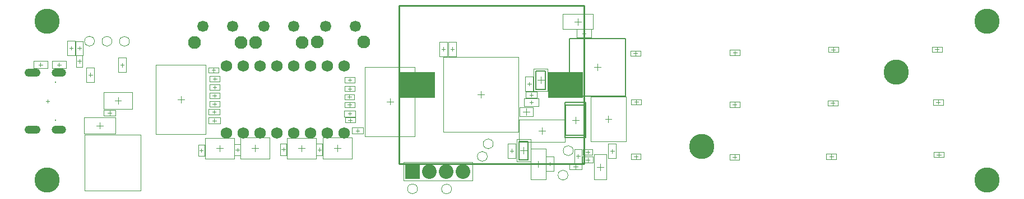
<source format=gbs>
G04*
G04 #@! TF.GenerationSoftware,Altium Limited,CircuitMaker,2.2.1 (2.2.1.6)*
G04*
G04 Layer_Color=8150272*
%FSLAX24Y24*%
%MOIN*%
G70*
G04*
G04 #@! TF.SameCoordinates,07040E79-6860-4804-BF28-05383503267E*
G04*
G04*
G04 #@! TF.FilePolarity,Negative*
G04*
G01*
G75*
%ADD11C,0.0039*%
%ADD13C,0.0100*%
%ADD14C,0.0079*%
%ADD15C,0.0059*%
%ADD17C,0.0050*%
%ADD18C,0.0020*%
%ADD88R,0.0867X0.0867*%
%ADD89C,0.0867*%
%ADD90C,0.0680*%
%ADD91C,0.1497*%
%ADD92C,0.0080*%
G04:AMPARAMS|DCode=93|XSize=47.4mil|YSize=94.6mil|CornerRadius=23.7mil|HoleSize=0mil|Usage=FLASHONLY|Rotation=270.000|XOffset=0mil|YOffset=0mil|HoleType=Round|Shape=RoundedRectangle|*
%AMROUNDEDRECTD93*
21,1,0.0474,0.0472,0,0,270.0*
21,1,0.0000,0.0946,0,0,270.0*
1,1,0.0474,-0.0236,0.0000*
1,1,0.0474,-0.0236,0.0000*
1,1,0.0474,0.0236,0.0000*
1,1,0.0474,0.0236,0.0000*
%
%ADD93ROUNDEDRECTD93*%
G04:AMPARAMS|DCode=94|XSize=47.4mil|YSize=86.7mil|CornerRadius=23.7mil|HoleSize=0mil|Usage=FLASHONLY|Rotation=270.000|XOffset=0mil|YOffset=0mil|HoleType=Round|Shape=RoundedRectangle|*
%AMROUNDEDRECTD94*
21,1,0.0474,0.0394,0,0,270.0*
21,1,0.0000,0.0867,0,0,270.0*
1,1,0.0474,-0.0197,0.0000*
1,1,0.0474,-0.0197,0.0000*
1,1,0.0474,0.0197,0.0000*
1,1,0.0474,0.0197,0.0000*
%
%ADD94ROUNDEDRECTD94*%
%ADD95C,0.0663*%
%ADD96C,0.0763*%
%ADD114R,0.2080X0.1580*%
D11*
X4197Y3888D02*
X7544D01*
Y542D02*
Y3888D01*
X4197Y542D02*
X7544D01*
X4197D02*
Y3888D01*
X26015Y640D02*
G03*
X26015Y640I-295J0D01*
G01*
X33251Y2925D02*
G03*
X33251Y2925I-295J0D01*
G01*
X5818Y9449D02*
G03*
X5818Y9449I-295J0D01*
G01*
X6859Y9444D02*
G03*
X6859Y9444I-295J0D01*
G01*
X4780Y9454D02*
G03*
X4780Y9454I-295J0D01*
G01*
X28144Y2582D02*
G03*
X28144Y2582I-295J0D01*
G01*
X28494Y3332D02*
G03*
X28494Y3332I-295J0D01*
G01*
X32941Y1465D02*
G03*
X32941Y1465I-295J0D01*
G01*
X23988Y649D02*
G03*
X23988Y649I-295J0D01*
G01*
X4542Y7346D02*
Y7563D01*
X4434Y7455D02*
X4651D01*
X35147Y4818D02*
X35541D01*
X35344Y4621D02*
Y5015D01*
X19835Y6135D02*
X20051D01*
X19943Y6027D02*
Y6243D01*
X5983Y5913D02*
X6377D01*
X6180Y5717D02*
Y6110D01*
X14134Y3066D02*
X14528D01*
X14331Y2869D02*
Y3263D01*
X23154Y1127D02*
X27249D01*
Y2229D01*
X23154D02*
X27249D01*
X23154Y1127D02*
Y2229D01*
X27562Y6272D02*
X27956D01*
X27759Y6075D02*
Y6469D01*
X1573Y7947D02*
Y8163D01*
X1465Y8055D02*
X1681D01*
X2676Y7947D02*
Y8163D01*
X2567Y8055D02*
X2784D01*
X19965Y5027D02*
Y5243D01*
X19857Y5135D02*
X20074D01*
X20426Y4012D02*
Y4228D01*
X20317Y4120D02*
X20534D01*
X18047Y2987D02*
X18264D01*
X18155Y2879D02*
Y3095D01*
X15908Y3001D02*
X16125D01*
X16017Y2893D02*
Y3109D01*
X13173Y2978D02*
X13390D01*
X13281Y2870D02*
Y3087D01*
X11029Y2946D02*
X11246D01*
X11138Y2838D02*
Y3054D01*
X19218Y2866D02*
Y3260D01*
X19021Y3063D02*
X19414D01*
X17093Y2863D02*
Y3257D01*
X16897Y3060D02*
X17290D01*
X12228Y2865D02*
Y3259D01*
X12032Y3062D02*
X12425D01*
X11904Y5137D02*
Y5353D01*
X11796Y5245D02*
X12012D01*
X11909Y4612D02*
Y4829D01*
X11801Y4720D02*
X12017D01*
X22351Y5661D02*
Y6055D01*
X22154Y5858D02*
X22548D01*
X20874Y7925D02*
X23827D01*
X20874Y3791D02*
X23827D01*
X20874D02*
Y7925D01*
X23827Y3791D02*
Y7925D01*
X9922Y5775D02*
Y6169D01*
X9725Y5972D02*
X10119D01*
X8445Y3905D02*
X11398D01*
X8445Y8039D02*
X11398D01*
Y3905D02*
Y8039D01*
X8445Y3905D02*
Y8039D01*
X29492Y2925D02*
X29709D01*
X29600Y2816D02*
Y3033D01*
X30300Y2738D02*
Y3131D01*
X30104Y2935D02*
X30497D01*
X31876Y2037D02*
Y2253D01*
X31767Y2145D02*
X31984D01*
X30979Y2125D02*
X31373D01*
X31176Y1928D02*
Y2322D01*
X33278Y1975D02*
X33514D01*
X33396Y1857D02*
Y2093D01*
X33988Y2385D02*
X34244D01*
X34116Y2257D02*
Y2513D01*
X36983Y2452D02*
Y2688D01*
X36865Y2570D02*
X37101D01*
X33546Y2487D02*
Y2703D01*
X33437Y2595D02*
X33654D01*
X34007Y2845D02*
X34224D01*
X34116Y2737D02*
Y2953D01*
X34870Y1754D02*
Y2148D01*
X34673Y1951D02*
X35067D01*
X35576Y2786D02*
Y3002D01*
X35467Y2894D02*
X35684D01*
X33189Y4745D02*
X33583D01*
X33386Y4548D02*
Y4942D01*
X33536Y10418D02*
Y10812D01*
X33339Y10615D02*
X33733D01*
X37001Y5712D02*
Y5948D01*
X36883Y5830D02*
X37119D01*
X36956Y8617D02*
Y8853D01*
X36838Y8735D02*
X37074D01*
X42871Y8652D02*
Y8888D01*
X42753Y8770D02*
X42989D01*
X42849Y2426D02*
Y2662D01*
X42731Y2544D02*
X42967D01*
X42735Y5675D02*
X42972D01*
X42853Y5557D02*
Y5793D01*
X48690Y5642D02*
Y5878D01*
X48572Y5760D02*
X48809D01*
X48728Y8837D02*
Y9073D01*
X48610Y8955D02*
X48846D01*
X48606Y2457D02*
Y2693D01*
X48488Y2575D02*
X48724D01*
X54878Y2685D02*
X55114D01*
X54996Y2567D02*
Y2803D01*
X54835Y5815D02*
X55072D01*
X54953Y5697D02*
Y5933D01*
X54893Y8847D02*
Y9083D01*
X54775Y8965D02*
X55012D01*
X33791Y9923D02*
X34007D01*
X33899Y9815D02*
Y10032D01*
X34509Y7905D02*
X34903D01*
X34706Y7708D02*
Y8102D01*
X26066Y8877D02*
Y9093D01*
X25957Y8985D02*
X26174D01*
X11823Y6713D02*
X12040D01*
X11932Y6605D02*
Y6822D01*
X11832Y7213D02*
X12049D01*
X11940Y7105D02*
Y7322D01*
X11810Y5715D02*
X12026D01*
X11918Y5607D02*
Y5823D01*
X11812Y6203D02*
X12029D01*
X11921Y6094D02*
Y6311D01*
X11748Y7734D02*
X11964D01*
X11856Y7625D02*
Y7842D01*
X30259Y5252D02*
X30653D01*
X30456Y5055D02*
Y5448D01*
X19847Y6625D02*
X20063D01*
X19955Y6517D02*
Y6733D01*
X19845Y5665D02*
X20062D01*
X19953Y5557D02*
Y5773D01*
X5570Y5175D02*
X5806D01*
X5688Y5057D02*
Y5293D01*
X3886Y8930D02*
Y9146D01*
X3777Y9038D02*
X3994D01*
X30769Y6144D02*
Y6361D01*
X30661Y6252D02*
X30877D01*
X3778Y8265D02*
X3994D01*
X3886Y8157D02*
Y8373D01*
X19859Y7149D02*
X20076D01*
X19968Y7040D02*
Y7257D01*
X30531Y6902D02*
X30747D01*
X30639Y6794D02*
Y7011D01*
X6326Y8027D02*
X6542D01*
X6434Y7918D02*
Y8135D01*
X3396Y8927D02*
Y9143D01*
X3287Y9035D02*
X3504D01*
X31319Y6941D02*
Y7335D01*
X31122Y7138D02*
X31516D01*
X19877Y4750D02*
X20094D01*
X19985Y4642D02*
Y4858D01*
X25417Y8986D02*
X25634D01*
X25526Y8878D02*
Y9094D01*
X30768Y5694D02*
Y5911D01*
X30660Y5802D02*
X30876D01*
X5100Y4228D02*
Y4622D01*
X4904Y4425D02*
X5297D01*
D13*
X22887Y11584D02*
X33911D01*
Y2135D02*
Y11584D01*
X22887Y2135D02*
X33911D01*
X22887D02*
Y11584D01*
D14*
X32772Y3695D02*
X34000D01*
Y5795D01*
X32772D02*
X34000D01*
X32772Y3695D02*
Y5795D01*
D15*
X30576Y2385D02*
Y3485D01*
X30025Y2385D02*
X30576D01*
X30025D02*
Y3485D01*
X30576D01*
X31044Y6588D02*
Y7688D01*
X31595D01*
Y6588D02*
Y7688D01*
X31044Y6588D02*
X31595D01*
X32811Y3839D02*
X33961D01*
Y5650D01*
X32811D02*
X33961D01*
X32811Y3839D02*
Y5650D01*
D17*
X33033Y6192D02*
X36379D01*
X33033Y9618D02*
X36379D01*
X33033Y6192D02*
Y9618D01*
X36379Y6192D02*
Y9618D01*
D18*
X4306Y7022D02*
X4779D01*
X4306Y7888D02*
X4779D01*
X4306Y7022D02*
Y7888D01*
X4779Y7022D02*
Y7888D01*
X36388Y3480D02*
Y6157D01*
X34301Y3480D02*
Y6157D01*
X36388D01*
X34301Y3480D02*
X36388D01*
X19648Y5977D02*
Y6292D01*
X20238Y5977D02*
Y6292D01*
X19648D02*
X20238D01*
X19648Y5977D02*
X20238D01*
X5334Y5402D02*
Y6425D01*
X7027Y5402D02*
Y6425D01*
X5334D02*
X7027D01*
X5334Y5402D02*
X7027D01*
X13465Y2436D02*
Y3696D01*
X15197Y2436D02*
Y3696D01*
X13465D02*
X15197D01*
X13465Y2436D02*
X15197D01*
X30003Y4028D02*
Y8516D01*
X25515Y4028D02*
Y8516D01*
Y4028D02*
X30003D01*
X25515Y8516D02*
X30003D01*
X1160Y7838D02*
X1987D01*
X1160Y8271D02*
X1987D01*
Y7838D02*
Y8271D01*
X1160Y7838D02*
Y8271D01*
X2262Y8271D02*
X3089D01*
X2262Y7838D02*
X3089D01*
X2262D02*
Y8271D01*
X3089Y7838D02*
Y8271D01*
X19623Y4958D02*
X20307D01*
X19623Y5312D02*
X20307D01*
Y4958D02*
Y5312D01*
X19623Y4958D02*
Y5312D01*
X20084Y3943D02*
X20768D01*
X20084Y4297D02*
X20768D01*
Y3943D02*
Y4297D01*
X20084Y3943D02*
Y4297D01*
X18333Y2645D02*
Y3329D01*
X17978Y2645D02*
Y3329D01*
X18333D01*
X17978Y2645D02*
X18333D01*
X16194Y2659D02*
Y3343D01*
X15840Y2659D02*
Y3343D01*
X16194D01*
X15840Y2659D02*
X16194D01*
X13459Y2637D02*
Y3320D01*
X13104Y2637D02*
Y3320D01*
X13459D01*
X13104Y2637D02*
X13459D01*
X11315Y2604D02*
Y3288D01*
X10961Y2604D02*
Y3288D01*
X11315D01*
X10961Y2604D02*
X11315D01*
X18351Y2433D02*
X20084D01*
X18351Y3693D02*
X20084D01*
Y2433D02*
Y3693D01*
X18351Y2433D02*
Y3693D01*
X16227Y2430D02*
X17960D01*
X16227Y3690D02*
X17960D01*
Y2430D02*
Y3690D01*
X16227Y2430D02*
Y3690D01*
X11362Y2432D02*
X13094D01*
X11362Y3692D02*
X13094D01*
Y2432D02*
Y3692D01*
X11362Y2432D02*
Y3692D01*
X11562Y5422D02*
X12246D01*
X11562Y5068D02*
X12246D01*
X11562D02*
Y5422D01*
X12246Y5068D02*
Y5422D01*
X11567Y4897D02*
X12251D01*
X11567Y4543D02*
X12251D01*
X11567D02*
Y4897D01*
X12251Y4543D02*
Y4897D01*
X31201Y4113D02*
X31595D01*
X31398Y3916D02*
Y4310D01*
X32776Y3444D02*
Y4782D01*
X30020D02*
X32776D01*
X30020Y3444D02*
Y4782D01*
Y3444D02*
X32776D01*
X29364Y2492D02*
Y3358D01*
X29837Y2492D02*
Y3358D01*
X29364Y2492D02*
X29837D01*
X29364Y3358D02*
X29837D01*
X29887Y3604D02*
X30714D01*
X29887Y2265D02*
X30714D01*
Y3604D01*
X29887Y2265D02*
Y3604D01*
X31640Y2578D02*
X32112D01*
X31640Y1712D02*
X32112D01*
Y2578D01*
X31640Y1712D02*
Y2578D01*
X30723Y1219D02*
Y3030D01*
X31628Y1219D02*
Y3030D01*
X30723Y1219D02*
X31628D01*
X30723Y3030D02*
X31628D01*
X33750Y1798D02*
Y2152D01*
X33041Y1798D02*
Y2152D01*
Y1798D02*
X33750D01*
X33041Y2152D02*
X33750D01*
X34431Y2208D02*
Y2562D01*
X33801Y2208D02*
Y2562D01*
Y2208D02*
X34431D01*
X33801Y2562D02*
X34431D01*
X36688Y2412D02*
X37279D01*
X36688Y2727D02*
X37279D01*
Y2412D02*
Y2727D01*
X36688Y2412D02*
Y2727D01*
X33329Y2182D02*
X33762D01*
X33329Y3008D02*
X33762D01*
X33329Y2182D02*
Y3008D01*
X33762Y2182D02*
Y3008D01*
X33820Y2687D02*
Y3002D01*
X34411Y2687D02*
Y3002D01*
X33820D02*
X34411D01*
X33820Y2687D02*
X34411D01*
X34496Y1203D02*
X35244D01*
X34496Y2699D02*
X35244D01*
X34496Y1203D02*
Y2699D01*
X35244Y1203D02*
Y2699D01*
X35340Y2461D02*
X35812D01*
X35340Y3327D02*
X35812D01*
X35340Y2461D02*
Y3327D01*
X35812Y2461D02*
Y3327D01*
X32630Y11068D02*
X34441D01*
X32630Y10162D02*
X34441D01*
X32630D02*
Y11068D01*
X34441Y10162D02*
Y11068D01*
X36706Y5672D02*
X37296D01*
X36706Y5987D02*
X37296D01*
Y5672D02*
Y5987D01*
X36706Y5672D02*
Y5987D01*
X36660Y8577D02*
X37251D01*
X36660Y8892D02*
X37251D01*
Y8577D02*
Y8892D01*
X36660Y8577D02*
Y8892D01*
X42576Y8612D02*
X43166D01*
X42576Y8927D02*
X43166D01*
Y8612D02*
Y8927D01*
X42576Y8612D02*
Y8927D01*
X42553Y2387D02*
X43144D01*
X42553Y2702D02*
X43144D01*
Y2387D02*
Y2702D01*
X42553Y2387D02*
Y2702D01*
X42558Y5517D02*
Y5832D01*
X43149Y5517D02*
Y5832D01*
X42558D02*
X43149D01*
X42558Y5517D02*
X43149D01*
X48395Y5602D02*
X48986D01*
X48395Y5917D02*
X48986D01*
Y5602D02*
Y5917D01*
X48395Y5602D02*
Y5917D01*
X48433Y8797D02*
X49023D01*
X48433Y9112D02*
X49023D01*
Y8797D02*
Y9112D01*
X48433Y8797D02*
Y9112D01*
X48310Y2417D02*
X48901D01*
X48310Y2732D02*
X48901D01*
Y2417D02*
Y2732D01*
X48310Y2417D02*
Y2732D01*
X54700Y2527D02*
Y2842D01*
X55291Y2527D02*
Y2842D01*
X54700D02*
X55291D01*
X54700Y2527D02*
X55291D01*
X54658Y5657D02*
Y5972D01*
X55249Y5657D02*
Y5972D01*
X54658D02*
X55249D01*
X54658Y5657D02*
X55249D01*
X54598Y8807D02*
X55189D01*
X54598Y9122D02*
X55189D01*
Y8807D02*
Y9122D01*
X54598Y8807D02*
Y9122D01*
X34332Y9687D02*
Y10160D01*
X33466Y9687D02*
Y10160D01*
Y9687D02*
X34332D01*
X33466Y10160D02*
X34332D01*
X25830Y9418D02*
X26302D01*
X25830Y8552D02*
X26302D01*
Y9418D01*
X25830Y8552D02*
Y9418D01*
X12227Y6556D02*
Y6871D01*
X11636Y6556D02*
Y6871D01*
Y6556D02*
X12227D01*
X11636Y6871D02*
X12227D01*
X12236Y7056D02*
Y7371D01*
X11645Y7056D02*
Y7371D01*
Y7056D02*
X12236D01*
X11645Y7371D02*
X12236D01*
X12213Y5557D02*
Y5872D01*
X11623Y5557D02*
Y5872D01*
Y5557D02*
X12213D01*
X11623Y5872D02*
X12213D01*
X12216Y6045D02*
Y6360D01*
X11625Y6045D02*
Y6360D01*
Y6045D02*
X12216D01*
X11625Y6360D02*
X12216D01*
X12151Y7576D02*
Y7891D01*
X11561Y7576D02*
Y7891D01*
Y7576D02*
X12151D01*
X11561Y7891D02*
X12151D01*
X30860Y4986D02*
Y5517D01*
X30052Y4986D02*
Y5517D01*
Y4986D02*
X30860D01*
X30052Y5517D02*
X30860D01*
X19660Y6467D02*
Y6782D01*
X20250Y6467D02*
Y6782D01*
X19660D02*
X20250D01*
X19660Y6467D02*
X20250D01*
X19658Y5507D02*
Y5822D01*
X20249Y5507D02*
Y5822D01*
X19658D02*
X20249D01*
X19658Y5507D02*
X20249D01*
X6042Y4998D02*
Y5352D01*
X5333Y4998D02*
Y5352D01*
Y4998D02*
X6042D01*
X5333Y5352D02*
X6042D01*
X3669Y8625D02*
X4102D01*
X3669Y9451D02*
X4102D01*
X3669Y8625D02*
Y9451D01*
X4102Y8625D02*
Y9451D01*
X30427Y6429D02*
X31111D01*
X30427Y6075D02*
X31111D01*
X30427D02*
Y6429D01*
X31111Y6075D02*
Y6429D01*
X3709Y7923D02*
Y8607D01*
X4063Y7923D02*
Y8607D01*
X3709Y7923D02*
X4063D01*
X3709Y8607D02*
X4063D01*
X19672Y6991D02*
Y7306D01*
X20263Y6991D02*
Y7306D01*
X19672D02*
X20263D01*
X19672Y6991D02*
X20263D01*
X30875Y6469D02*
Y7335D01*
X30403Y6469D02*
Y7335D01*
X30875D01*
X30403Y6469D02*
X30875D01*
X6670Y7594D02*
Y8460D01*
X6198Y7594D02*
Y8460D01*
X6670D01*
X6198Y7594D02*
X6670D01*
X3160Y8602D02*
X3632D01*
X3160Y9468D02*
X3632D01*
X3160Y8602D02*
Y9468D01*
X3632Y8602D02*
Y9468D01*
X30906Y6469D02*
X31733D01*
X30906Y7807D02*
X31733D01*
X30906Y6469D02*
Y7807D01*
X31733Y6469D02*
Y7807D01*
X19690Y4593D02*
Y4907D01*
X20281Y4593D02*
Y4907D01*
X19690D02*
X20281D01*
X19690Y4593D02*
X20281D01*
X25762Y8553D02*
Y9419D01*
X25290Y8553D02*
Y9419D01*
X25762D01*
X25290Y8553D02*
X25762D01*
X30335Y5566D02*
X31201D01*
X30335Y6039D02*
X31201D01*
Y5566D02*
Y6039D01*
X30335Y5566D02*
Y6039D01*
X4156Y3952D02*
X6045D01*
X4156Y4897D02*
X6045D01*
Y3952D02*
Y4897D01*
X4156Y3952D02*
Y4897D01*
X1902Y5868D02*
X2099D01*
X2001Y5769D02*
Y5966D01*
D88*
X23705Y1678D02*
D03*
D89*
X24705D02*
D03*
X25705D02*
D03*
X26705D02*
D03*
D90*
X12616Y3965D02*
D03*
X13616D02*
D03*
X14616D02*
D03*
X15616D02*
D03*
X16616D02*
D03*
X17616D02*
D03*
X18616D02*
D03*
X19616D02*
D03*
Y7965D02*
D03*
X18616D02*
D03*
X17616D02*
D03*
X16616D02*
D03*
X12616D02*
D03*
X13616D02*
D03*
X14616D02*
D03*
X15616D02*
D03*
D91*
X52449Y7622D02*
D03*
X40892Y3187D02*
D03*
X57866Y1186D02*
D03*
Y10635D02*
D03*
X1960Y1186D02*
D03*
Y10635D02*
D03*
D92*
X2464Y7009D02*
D03*
Y4726D02*
D03*
D93*
X1086Y4165D02*
D03*
Y7570D02*
D03*
D94*
X2661D02*
D03*
Y4165D02*
D03*
D95*
X11246Y10335D02*
D03*
X13006D02*
D03*
X14856D02*
D03*
X16616D02*
D03*
X18536Y10345D02*
D03*
X20296D02*
D03*
D96*
X10746Y9385D02*
D03*
X13506D02*
D03*
X14356D02*
D03*
X17116D02*
D03*
X18036Y9395D02*
D03*
X20796D02*
D03*
D114*
X23999Y6859D02*
D03*
X32799D02*
D03*
M02*

</source>
